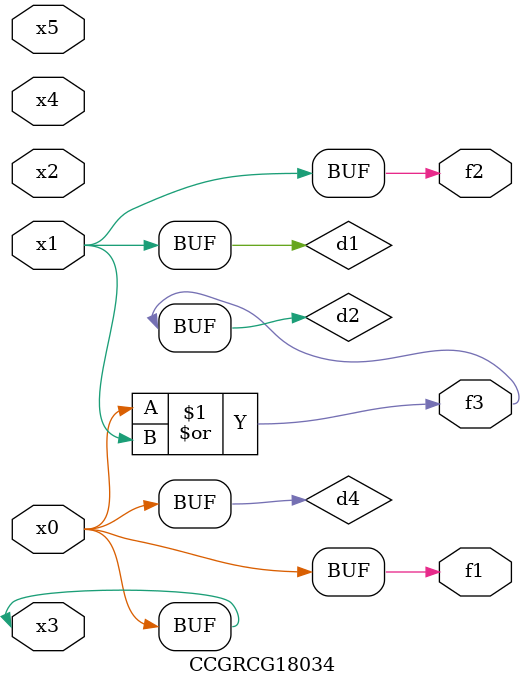
<source format=v>
module CCGRCG18034(
	input x0, x1, x2, x3, x4, x5,
	output f1, f2, f3
);

	wire d1, d2, d3, d4;

	and (d1, x1);
	or (d2, x0, x1);
	nand (d3, x0, x5);
	buf (d4, x0, x3);
	assign f1 = d4;
	assign f2 = d1;
	assign f3 = d2;
endmodule

</source>
